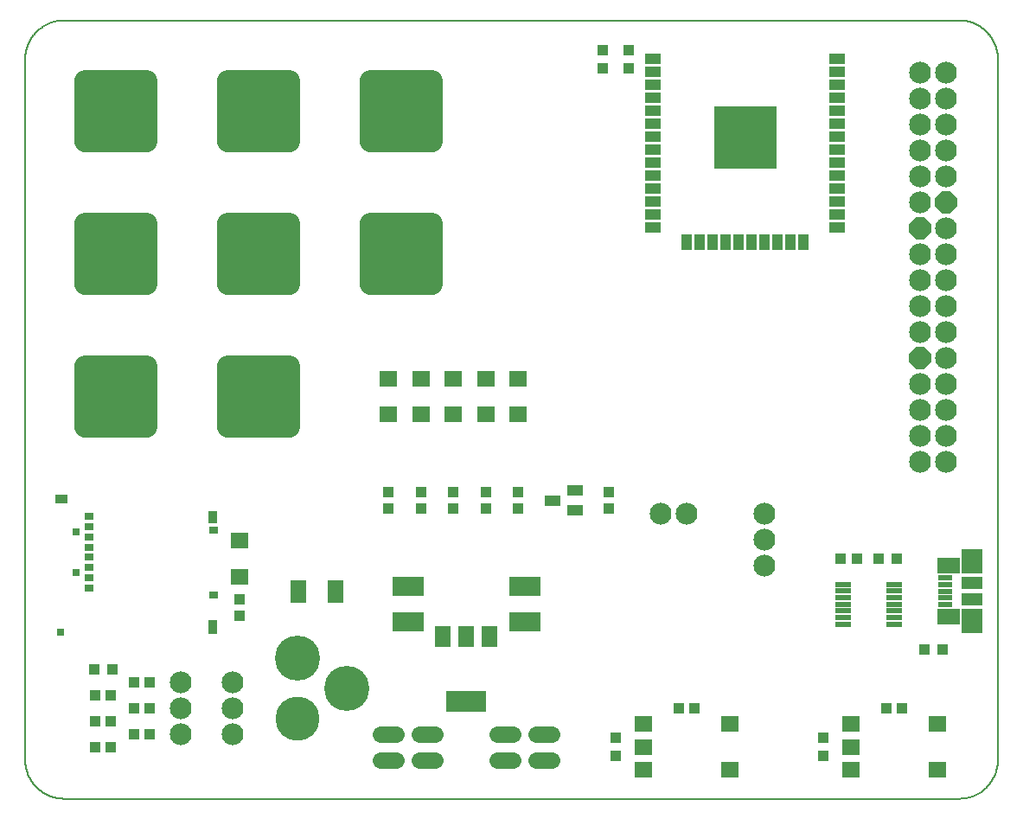
<source format=gts>
G75*
%MOIN*%
%OFA0B0*%
%FSLAX25Y25*%
%IPPOS*%
%LPD*%
%AMOC8*
5,1,8,0,0,1.08239X$1,22.5*
%
%ADD10C,0.00600*%
%ADD11R,0.04337X0.04337*%
%ADD12C,0.07974*%
%ADD13R,0.12211X0.07487*%
%ADD14R,0.06384X0.08983*%
%ADD15R,0.06699X0.06306*%
%ADD16C,0.17392*%
%ADD17C,0.16998*%
%ADD18R,0.03353X0.03156*%
%ADD19R,0.02959X0.03156*%
%ADD20R,0.04928X0.03766*%
%ADD21R,0.03746X0.05124*%
%ADD22R,0.03353X0.02959*%
%ADD23R,0.03746X0.05518*%
%ADD24OC8,0.08400*%
%ADD25C,0.08400*%
%ADD26C,0.06400*%
%ADD27R,0.05912X0.04337*%
%ADD28R,0.04199X0.04199*%
%ADD29R,0.06699X0.05912*%
%ADD30R,0.05833X0.02172*%
%ADD31R,0.08668X0.06207*%
%ADD32R,0.07880X0.05026*%
%ADD33R,0.07880X0.09750*%
%ADD34R,0.06306X0.03943*%
%ADD35R,0.03943X0.06306*%
%ADD36R,0.24022X0.24022*%
%ADD37R,0.15361X0.08274*%
%ADD38R,0.06306X0.08274*%
%ADD39R,0.06109X0.02172*%
D10*
X0032595Y0038933D02*
X0032595Y0308933D01*
X0032599Y0309295D01*
X0032613Y0309658D01*
X0032634Y0310020D01*
X0032665Y0310381D01*
X0032704Y0310741D01*
X0032752Y0311100D01*
X0032809Y0311458D01*
X0032874Y0311815D01*
X0032948Y0312170D01*
X0033031Y0312523D01*
X0033122Y0312874D01*
X0033221Y0313222D01*
X0033329Y0313568D01*
X0033445Y0313912D01*
X0033570Y0314252D01*
X0033702Y0314589D01*
X0033843Y0314923D01*
X0033992Y0315254D01*
X0034149Y0315581D01*
X0034313Y0315904D01*
X0034485Y0316223D01*
X0034665Y0316537D01*
X0034853Y0316848D01*
X0035048Y0317153D01*
X0035250Y0317454D01*
X0035460Y0317750D01*
X0035676Y0318040D01*
X0035900Y0318326D01*
X0036130Y0318606D01*
X0036367Y0318880D01*
X0036611Y0319148D01*
X0036861Y0319411D01*
X0037117Y0319667D01*
X0037380Y0319917D01*
X0037648Y0320161D01*
X0037922Y0320398D01*
X0038202Y0320628D01*
X0038488Y0320852D01*
X0038778Y0321068D01*
X0039074Y0321278D01*
X0039375Y0321480D01*
X0039680Y0321675D01*
X0039991Y0321863D01*
X0040305Y0322043D01*
X0040624Y0322215D01*
X0040947Y0322379D01*
X0041274Y0322536D01*
X0041605Y0322685D01*
X0041939Y0322826D01*
X0042276Y0322958D01*
X0042616Y0323083D01*
X0042960Y0323199D01*
X0043306Y0323307D01*
X0043654Y0323406D01*
X0044005Y0323497D01*
X0044358Y0323580D01*
X0044713Y0323654D01*
X0045070Y0323719D01*
X0045428Y0323776D01*
X0045787Y0323824D01*
X0046147Y0323863D01*
X0046508Y0323894D01*
X0046870Y0323915D01*
X0047233Y0323929D01*
X0047595Y0323933D01*
X0392595Y0323933D01*
X0392957Y0323929D01*
X0393320Y0323915D01*
X0393682Y0323894D01*
X0394043Y0323863D01*
X0394403Y0323824D01*
X0394762Y0323776D01*
X0395120Y0323719D01*
X0395477Y0323654D01*
X0395832Y0323580D01*
X0396185Y0323497D01*
X0396536Y0323406D01*
X0396884Y0323307D01*
X0397230Y0323199D01*
X0397574Y0323083D01*
X0397914Y0322958D01*
X0398251Y0322826D01*
X0398585Y0322685D01*
X0398916Y0322536D01*
X0399243Y0322379D01*
X0399566Y0322215D01*
X0399885Y0322043D01*
X0400199Y0321863D01*
X0400510Y0321675D01*
X0400815Y0321480D01*
X0401116Y0321278D01*
X0401412Y0321068D01*
X0401702Y0320852D01*
X0401988Y0320628D01*
X0402268Y0320398D01*
X0402542Y0320161D01*
X0402810Y0319917D01*
X0403073Y0319667D01*
X0403329Y0319411D01*
X0403579Y0319148D01*
X0403823Y0318880D01*
X0404060Y0318606D01*
X0404290Y0318326D01*
X0404514Y0318040D01*
X0404730Y0317750D01*
X0404940Y0317454D01*
X0405142Y0317153D01*
X0405337Y0316848D01*
X0405525Y0316537D01*
X0405705Y0316223D01*
X0405877Y0315904D01*
X0406041Y0315581D01*
X0406198Y0315254D01*
X0406347Y0314923D01*
X0406488Y0314589D01*
X0406620Y0314252D01*
X0406745Y0313912D01*
X0406861Y0313568D01*
X0406969Y0313222D01*
X0407068Y0312874D01*
X0407159Y0312523D01*
X0407242Y0312170D01*
X0407316Y0311815D01*
X0407381Y0311458D01*
X0407438Y0311100D01*
X0407486Y0310741D01*
X0407525Y0310381D01*
X0407556Y0310020D01*
X0407577Y0309658D01*
X0407591Y0309295D01*
X0407595Y0308933D01*
X0407595Y0038933D01*
X0407591Y0038571D01*
X0407577Y0038208D01*
X0407556Y0037846D01*
X0407525Y0037485D01*
X0407486Y0037125D01*
X0407438Y0036766D01*
X0407381Y0036408D01*
X0407316Y0036051D01*
X0407242Y0035696D01*
X0407159Y0035343D01*
X0407068Y0034992D01*
X0406969Y0034644D01*
X0406861Y0034298D01*
X0406745Y0033954D01*
X0406620Y0033614D01*
X0406488Y0033277D01*
X0406347Y0032943D01*
X0406198Y0032612D01*
X0406041Y0032285D01*
X0405877Y0031962D01*
X0405705Y0031643D01*
X0405525Y0031329D01*
X0405337Y0031018D01*
X0405142Y0030713D01*
X0404940Y0030412D01*
X0404730Y0030116D01*
X0404514Y0029826D01*
X0404290Y0029540D01*
X0404060Y0029260D01*
X0403823Y0028986D01*
X0403579Y0028718D01*
X0403329Y0028455D01*
X0403073Y0028199D01*
X0402810Y0027949D01*
X0402542Y0027705D01*
X0402268Y0027468D01*
X0401988Y0027238D01*
X0401702Y0027014D01*
X0401412Y0026798D01*
X0401116Y0026588D01*
X0400815Y0026386D01*
X0400510Y0026191D01*
X0400199Y0026003D01*
X0399885Y0025823D01*
X0399566Y0025651D01*
X0399243Y0025487D01*
X0398916Y0025330D01*
X0398585Y0025181D01*
X0398251Y0025040D01*
X0397914Y0024908D01*
X0397574Y0024783D01*
X0397230Y0024667D01*
X0396884Y0024559D01*
X0396536Y0024460D01*
X0396185Y0024369D01*
X0395832Y0024286D01*
X0395477Y0024212D01*
X0395120Y0024147D01*
X0394762Y0024090D01*
X0394403Y0024042D01*
X0394043Y0024003D01*
X0393682Y0023972D01*
X0393320Y0023951D01*
X0392957Y0023937D01*
X0392595Y0023933D01*
X0047595Y0023933D01*
X0047233Y0023937D01*
X0046870Y0023951D01*
X0046508Y0023972D01*
X0046147Y0024003D01*
X0045787Y0024042D01*
X0045428Y0024090D01*
X0045070Y0024147D01*
X0044713Y0024212D01*
X0044358Y0024286D01*
X0044005Y0024369D01*
X0043654Y0024460D01*
X0043306Y0024559D01*
X0042960Y0024667D01*
X0042616Y0024783D01*
X0042276Y0024908D01*
X0041939Y0025040D01*
X0041605Y0025181D01*
X0041274Y0025330D01*
X0040947Y0025487D01*
X0040624Y0025651D01*
X0040305Y0025823D01*
X0039991Y0026003D01*
X0039680Y0026191D01*
X0039375Y0026386D01*
X0039074Y0026588D01*
X0038778Y0026798D01*
X0038488Y0027014D01*
X0038202Y0027238D01*
X0037922Y0027468D01*
X0037648Y0027705D01*
X0037380Y0027949D01*
X0037117Y0028199D01*
X0036861Y0028455D01*
X0036611Y0028718D01*
X0036367Y0028986D01*
X0036130Y0029260D01*
X0035900Y0029540D01*
X0035676Y0029826D01*
X0035460Y0030116D01*
X0035250Y0030412D01*
X0035048Y0030713D01*
X0034853Y0031018D01*
X0034665Y0031329D01*
X0034485Y0031643D01*
X0034313Y0031962D01*
X0034149Y0032285D01*
X0033992Y0032612D01*
X0033843Y0032943D01*
X0033702Y0033277D01*
X0033570Y0033614D01*
X0033445Y0033954D01*
X0033329Y0034298D01*
X0033221Y0034644D01*
X0033122Y0034992D01*
X0033031Y0035343D01*
X0032948Y0035696D01*
X0032874Y0036051D01*
X0032809Y0036408D01*
X0032752Y0036766D01*
X0032704Y0037125D01*
X0032665Y0037485D01*
X0032634Y0037846D01*
X0032613Y0038208D01*
X0032599Y0038571D01*
X0032595Y0038933D01*
D11*
X0059095Y0073933D03*
X0066095Y0073933D03*
X0260095Y0047433D03*
X0260095Y0040433D03*
X0340095Y0040433D03*
X0340095Y0047433D03*
X0379095Y0081433D03*
X0386095Y0081433D03*
X0368595Y0116433D03*
X0361595Y0116433D03*
X0265095Y0305433D03*
X0265095Y0312433D03*
X0255095Y0312433D03*
X0255095Y0305433D03*
D12*
X0189556Y0276972D02*
X0165634Y0276972D01*
X0165634Y0300894D01*
X0189556Y0300894D01*
X0189556Y0276972D01*
X0189556Y0284945D02*
X0165634Y0284945D01*
X0165634Y0292918D02*
X0189556Y0292918D01*
X0189556Y0300891D02*
X0165634Y0300891D01*
X0134556Y0276972D02*
X0110634Y0276972D01*
X0110634Y0300894D01*
X0134556Y0300894D01*
X0134556Y0276972D01*
X0134556Y0284945D02*
X0110634Y0284945D01*
X0110634Y0292918D02*
X0134556Y0292918D01*
X0134556Y0300891D02*
X0110634Y0300891D01*
X0079556Y0276972D02*
X0055634Y0276972D01*
X0055634Y0300894D01*
X0079556Y0300894D01*
X0079556Y0276972D01*
X0079556Y0284945D02*
X0055634Y0284945D01*
X0055634Y0292918D02*
X0079556Y0292918D01*
X0079556Y0300891D02*
X0055634Y0300891D01*
X0055634Y0221972D02*
X0079556Y0221972D01*
X0055634Y0221972D02*
X0055634Y0245894D01*
X0079556Y0245894D01*
X0079556Y0221972D01*
X0079556Y0229945D02*
X0055634Y0229945D01*
X0055634Y0237918D02*
X0079556Y0237918D01*
X0079556Y0245891D02*
X0055634Y0245891D01*
X0110634Y0221972D02*
X0134556Y0221972D01*
X0110634Y0221972D02*
X0110634Y0245894D01*
X0134556Y0245894D01*
X0134556Y0221972D01*
X0134556Y0229945D02*
X0110634Y0229945D01*
X0110634Y0237918D02*
X0134556Y0237918D01*
X0134556Y0245891D02*
X0110634Y0245891D01*
X0165634Y0221972D02*
X0189556Y0221972D01*
X0165634Y0221972D02*
X0165634Y0245894D01*
X0189556Y0245894D01*
X0189556Y0221972D01*
X0189556Y0229945D02*
X0165634Y0229945D01*
X0165634Y0237918D02*
X0189556Y0237918D01*
X0189556Y0245891D02*
X0165634Y0245891D01*
X0134556Y0166972D02*
X0110634Y0166972D01*
X0110634Y0190894D01*
X0134556Y0190894D01*
X0134556Y0166972D01*
X0134556Y0174945D02*
X0110634Y0174945D01*
X0110634Y0182918D02*
X0134556Y0182918D01*
X0134556Y0190891D02*
X0110634Y0190891D01*
X0079556Y0166972D02*
X0055634Y0166972D01*
X0055634Y0190894D01*
X0079556Y0190894D01*
X0079556Y0166972D01*
X0079556Y0174945D02*
X0055634Y0174945D01*
X0055634Y0182918D02*
X0079556Y0182918D01*
X0079556Y0190891D02*
X0055634Y0190891D01*
D13*
X0180095Y0105724D03*
X0180095Y0092142D03*
X0225095Y0092142D03*
X0225095Y0105724D03*
D14*
X0152300Y0103933D03*
X0137890Y0103933D03*
D15*
X0115095Y0109543D03*
X0115095Y0123323D03*
X0172595Y0172043D03*
X0185095Y0172043D03*
X0197595Y0172043D03*
X0210095Y0172043D03*
X0222595Y0172043D03*
X0222595Y0185823D03*
X0210095Y0185823D03*
X0197595Y0185823D03*
X0185095Y0185823D03*
X0172595Y0185823D03*
D16*
X0137595Y0078244D03*
X0156493Y0066433D03*
D17*
X0137595Y0054622D03*
D18*
X0057103Y0105173D03*
X0057103Y0109110D03*
X0057103Y0113047D03*
X0057103Y0116984D03*
X0057103Y0120921D03*
X0057103Y0124858D03*
X0057103Y0128795D03*
X0057103Y0132732D03*
D19*
X0052379Y0126827D03*
X0052379Y0111079D03*
X0046276Y0088047D03*
D20*
X0046473Y0139583D03*
D21*
X0104938Y0132486D03*
D22*
X0105135Y0127614D03*
X0105135Y0102614D03*
D23*
X0104938Y0090262D03*
D24*
X0377595Y0193933D03*
X0377595Y0243933D03*
X0387595Y0253933D03*
D25*
X0377595Y0253933D03*
X0377595Y0263933D03*
X0387595Y0263933D03*
X0387595Y0273933D03*
X0377595Y0273933D03*
X0377595Y0283933D03*
X0387595Y0283933D03*
X0387595Y0293933D03*
X0377595Y0293933D03*
X0377595Y0303933D03*
X0387595Y0303933D03*
X0387595Y0243933D03*
X0387595Y0233933D03*
X0377595Y0233933D03*
X0377595Y0223933D03*
X0387595Y0223933D03*
X0387595Y0213933D03*
X0377595Y0213933D03*
X0377595Y0203933D03*
X0387595Y0203933D03*
X0387595Y0193933D03*
X0387595Y0183933D03*
X0377595Y0183933D03*
X0377595Y0173933D03*
X0387595Y0173933D03*
X0387595Y0163933D03*
X0377595Y0163933D03*
X0377595Y0153933D03*
X0387595Y0153933D03*
X0317595Y0133933D03*
X0317595Y0123933D03*
X0317595Y0113933D03*
X0287595Y0133933D03*
X0277595Y0133933D03*
X0112595Y0068933D03*
X0112595Y0058933D03*
X0112595Y0048933D03*
X0092595Y0048933D03*
X0092595Y0058933D03*
X0092595Y0068933D03*
D26*
X0169595Y0048933D02*
X0175595Y0048933D01*
X0184595Y0048933D02*
X0190595Y0048933D01*
X0190595Y0038933D02*
X0184595Y0038933D01*
X0175595Y0038933D02*
X0169595Y0038933D01*
X0214595Y0038933D02*
X0220595Y0038933D01*
X0229595Y0038933D02*
X0235595Y0038933D01*
X0235595Y0048933D02*
X0229595Y0048933D01*
X0220595Y0048933D02*
X0214595Y0048933D01*
D27*
X0244426Y0135193D03*
X0244426Y0142673D03*
X0235764Y0138933D03*
D28*
X0222595Y0135833D03*
X0222595Y0142033D03*
X0210095Y0142033D03*
X0210095Y0135833D03*
X0197595Y0135833D03*
X0197595Y0142033D03*
X0185095Y0142033D03*
X0185095Y0135833D03*
X0172595Y0135833D03*
X0172595Y0142033D03*
X0115095Y0100783D03*
X0115095Y0094583D03*
X0080696Y0068933D03*
X0074495Y0068933D03*
X0065696Y0063933D03*
X0059495Y0063933D03*
X0059495Y0053933D03*
X0065696Y0053933D03*
X0074495Y0048933D03*
X0080696Y0048933D03*
X0080696Y0058933D03*
X0074495Y0058933D03*
X0065696Y0043933D03*
X0059495Y0043933D03*
X0257595Y0135833D03*
X0257595Y0142033D03*
X0346995Y0116433D03*
X0353196Y0116433D03*
X0364495Y0058933D03*
X0370696Y0058933D03*
X0290696Y0058933D03*
X0284495Y0058933D03*
D29*
X0271060Y0052791D03*
X0271060Y0043933D03*
X0271060Y0035075D03*
X0304131Y0035075D03*
X0304131Y0052791D03*
X0351060Y0052791D03*
X0351060Y0043933D03*
X0351060Y0035075D03*
X0384131Y0035075D03*
X0384131Y0052791D03*
D30*
X0387320Y0098815D03*
X0387320Y0101374D03*
X0387320Y0103933D03*
X0387320Y0106492D03*
X0387320Y0109051D03*
D31*
X0388540Y0113628D03*
X0388540Y0094238D03*
D32*
X0397595Y0100636D03*
X0397595Y0107230D03*
D33*
X0397595Y0115400D03*
X0397595Y0092467D03*
D34*
X0345528Y0244248D03*
X0345528Y0249248D03*
X0345528Y0254248D03*
X0345528Y0259248D03*
X0345528Y0264248D03*
X0345528Y0269248D03*
X0345528Y0274248D03*
X0345528Y0279248D03*
X0345528Y0284248D03*
X0345528Y0289248D03*
X0345528Y0294248D03*
X0345528Y0299248D03*
X0345528Y0304248D03*
X0345528Y0309248D03*
X0274662Y0309248D03*
X0274662Y0304248D03*
X0274662Y0299248D03*
X0274662Y0294248D03*
X0274662Y0289248D03*
X0274662Y0284248D03*
X0274662Y0279248D03*
X0274662Y0274248D03*
X0274662Y0269248D03*
X0274662Y0264248D03*
X0274662Y0259248D03*
X0274662Y0254248D03*
X0274662Y0249248D03*
X0274662Y0244248D03*
D35*
X0287595Y0238382D03*
X0292595Y0238382D03*
X0297595Y0238382D03*
X0302595Y0238382D03*
X0307595Y0238382D03*
X0312595Y0238382D03*
X0317595Y0238382D03*
X0322595Y0238382D03*
X0327595Y0238382D03*
X0332595Y0238382D03*
D36*
X0310095Y0278933D03*
D37*
X0202595Y0061335D03*
D38*
X0202595Y0086531D03*
X0193540Y0086531D03*
X0211650Y0086531D03*
D39*
X0347753Y0091256D03*
X0347753Y0093815D03*
X0347753Y0096374D03*
X0347753Y0098933D03*
X0347753Y0101492D03*
X0347753Y0104051D03*
X0347753Y0106610D03*
X0367438Y0106610D03*
X0367438Y0104051D03*
X0367438Y0101492D03*
X0367438Y0098933D03*
X0367438Y0096374D03*
X0367438Y0093815D03*
X0367438Y0091256D03*
M02*

</source>
